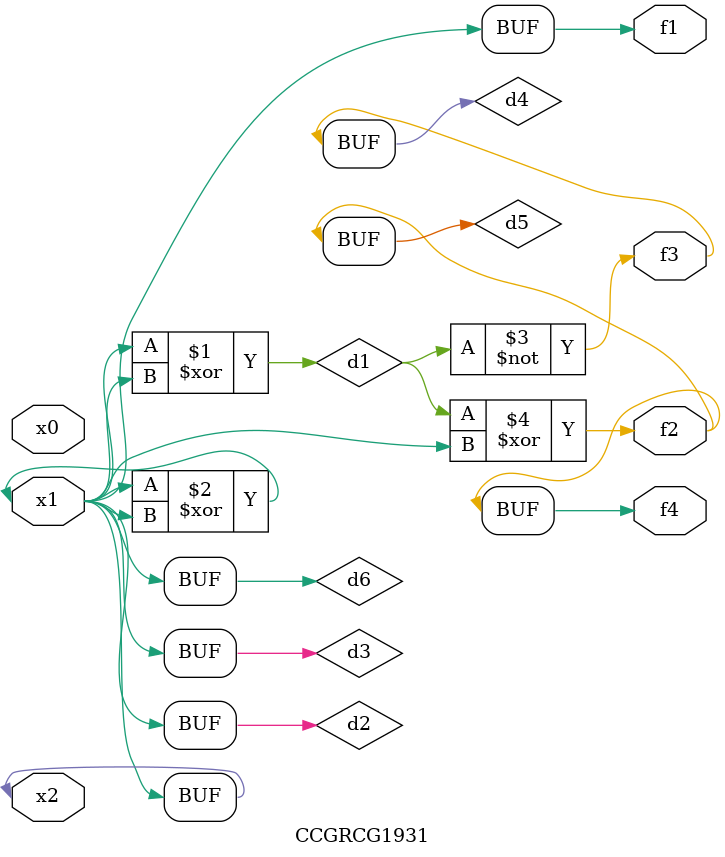
<source format=v>
module CCGRCG1931(
	input x0, x1, x2,
	output f1, f2, f3, f4
);

	wire d1, d2, d3, d4, d5, d6;

	xor (d1, x1, x2);
	buf (d2, x1, x2);
	xor (d3, x1, x2);
	nor (d4, d1);
	xor (d5, d1, d2);
	buf (d6, d2, d3);
	assign f1 = d6;
	assign f2 = d5;
	assign f3 = d4;
	assign f4 = d5;
endmodule

</source>
